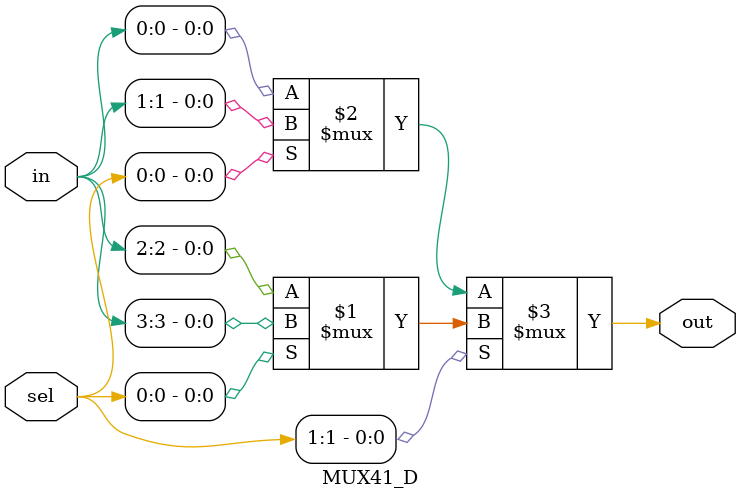
<source format=v>
`timescale 1ns / 1ps
module MUX41_D(in,sel,out);
input [3:0]in;
input [1:0]sel;
output out;
assign out= sel[1] ? (sel[0]? in[3]: in[2]) : (sel[0] ? in[1]: in[0]);
endmodule


</source>
